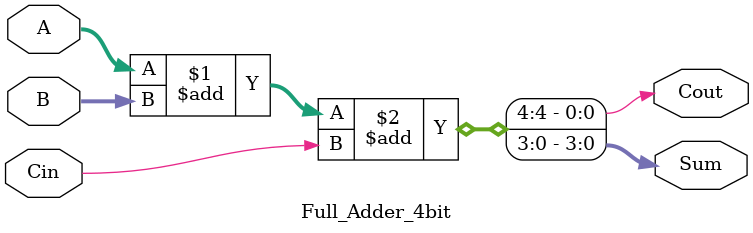
<source format=v>
`timescale 1ns / 1ps


module Full_Adder_4bit(
    input [3:0]A,
    input [3:0]B,
    input Cin,
    output [3:0]Sum,
    output Cout
    );
    
    assign {Cout, Sum} = A + B + Cin;
    
endmodule

</source>
